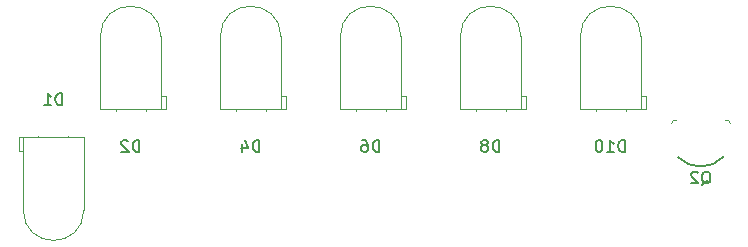
<source format=gbo>
G04 #@! TF.GenerationSoftware,KiCad,Pcbnew,(5.1.10-1-10_14)*
G04 #@! TF.CreationDate,2021-06-13T21:08:41+02:00*
G04 #@! TF.ProjectId,led_status_pcb_design,6c65645f-7374-4617-9475-735f7063625f,1.0*
G04 #@! TF.SameCoordinates,Original*
G04 #@! TF.FileFunction,Legend,Bot*
G04 #@! TF.FilePolarity,Positive*
%FSLAX46Y46*%
G04 Gerber Fmt 4.6, Leading zero omitted, Abs format (unit mm)*
G04 Created by KiCad (PCBNEW (5.1.10-1-10_14)) date 2021-06-13 21:08:41*
%MOMM*%
%LPD*%
G01*
G04 APERTURE LIST*
%ADD10C,0.120000*%
%ADD11C,0.100000*%
%ADD12C,0.150000*%
G04 APERTURE END LIST*
D10*
X134982000Y-108598000D02*
X134982000Y-102438000D01*
X140102000Y-108598000D02*
X140102000Y-102438000D01*
X134982000Y-108598000D02*
X140102000Y-108598000D01*
X140502000Y-108598000D02*
X140502000Y-107478000D01*
X140502000Y-107478000D02*
X140102000Y-107478000D01*
X140102000Y-107478000D02*
X140102000Y-108598000D01*
X140102000Y-108598000D02*
X140502000Y-108598000D01*
X136272000Y-108728000D02*
X136272000Y-108598000D01*
X136272000Y-108598000D02*
X136272000Y-108598000D01*
X136272000Y-108598000D02*
X136272000Y-108728000D01*
X136272000Y-108728000D02*
X136272000Y-108728000D01*
X138812000Y-108728000D02*
X138812000Y-108598000D01*
X138812000Y-108598000D02*
X138812000Y-108598000D01*
X138812000Y-108598000D02*
X138812000Y-108728000D01*
X138812000Y-108728000D02*
X138812000Y-108728000D01*
X140102000Y-102438000D02*
G75*
G03*
X134982000Y-102438000I-2560000J0D01*
G01*
X123416740Y-110984980D02*
X123416740Y-117144980D01*
X118296740Y-110984980D02*
X118296740Y-117144980D01*
X123416740Y-110984980D02*
X118296740Y-110984980D01*
X117896740Y-110984980D02*
X117896740Y-112104980D01*
X117896740Y-112104980D02*
X118296740Y-112104980D01*
X118296740Y-112104980D02*
X118296740Y-110984980D01*
X118296740Y-110984980D02*
X117896740Y-110984980D01*
X122126740Y-110854980D02*
X122126740Y-110984980D01*
X122126740Y-110984980D02*
X122126740Y-110984980D01*
X122126740Y-110984980D02*
X122126740Y-110854980D01*
X122126740Y-110854980D02*
X122126740Y-110854980D01*
X119586740Y-110854980D02*
X119586740Y-110984980D01*
X119586740Y-110984980D02*
X119586740Y-110984980D01*
X119586740Y-110984980D02*
X119586740Y-110854980D01*
X119586740Y-110854980D02*
X119586740Y-110854980D01*
X118296740Y-117144980D02*
G75*
G03*
X123416740Y-117144980I2560000J0D01*
G01*
X128652000Y-108728000D02*
X128652000Y-108728000D01*
X128652000Y-108598000D02*
X128652000Y-108728000D01*
X128652000Y-108598000D02*
X128652000Y-108598000D01*
X128652000Y-108728000D02*
X128652000Y-108598000D01*
X126112000Y-108728000D02*
X126112000Y-108728000D01*
X126112000Y-108598000D02*
X126112000Y-108728000D01*
X126112000Y-108598000D02*
X126112000Y-108598000D01*
X126112000Y-108728000D02*
X126112000Y-108598000D01*
X129942000Y-108598000D02*
X130342000Y-108598000D01*
X129942000Y-107478000D02*
X129942000Y-108598000D01*
X130342000Y-107478000D02*
X129942000Y-107478000D01*
X130342000Y-108598000D02*
X130342000Y-107478000D01*
X124822000Y-108598000D02*
X129942000Y-108598000D01*
X129942000Y-108598000D02*
X129942000Y-102438000D01*
X124822000Y-108598000D02*
X124822000Y-102438000D01*
X129942000Y-102438000D02*
G75*
G03*
X124822000Y-102438000I-2560000J0D01*
G01*
X148972000Y-108728000D02*
X148972000Y-108728000D01*
X148972000Y-108598000D02*
X148972000Y-108728000D01*
X148972000Y-108598000D02*
X148972000Y-108598000D01*
X148972000Y-108728000D02*
X148972000Y-108598000D01*
X146432000Y-108728000D02*
X146432000Y-108728000D01*
X146432000Y-108598000D02*
X146432000Y-108728000D01*
X146432000Y-108598000D02*
X146432000Y-108598000D01*
X146432000Y-108728000D02*
X146432000Y-108598000D01*
X150262000Y-108598000D02*
X150662000Y-108598000D01*
X150262000Y-107478000D02*
X150262000Y-108598000D01*
X150662000Y-107478000D02*
X150262000Y-107478000D01*
X150662000Y-108598000D02*
X150662000Y-107478000D01*
X145142000Y-108598000D02*
X150262000Y-108598000D01*
X150262000Y-108598000D02*
X150262000Y-102438000D01*
X145142000Y-108598000D02*
X145142000Y-102438000D01*
X150262000Y-102438000D02*
G75*
G03*
X145142000Y-102438000I-2560000J0D01*
G01*
X155302000Y-108598000D02*
X155302000Y-102438000D01*
X160422000Y-108598000D02*
X160422000Y-102438000D01*
X155302000Y-108598000D02*
X160422000Y-108598000D01*
X160822000Y-108598000D02*
X160822000Y-107478000D01*
X160822000Y-107478000D02*
X160422000Y-107478000D01*
X160422000Y-107478000D02*
X160422000Y-108598000D01*
X160422000Y-108598000D02*
X160822000Y-108598000D01*
X156592000Y-108728000D02*
X156592000Y-108598000D01*
X156592000Y-108598000D02*
X156592000Y-108598000D01*
X156592000Y-108598000D02*
X156592000Y-108728000D01*
X156592000Y-108728000D02*
X156592000Y-108728000D01*
X159132000Y-108728000D02*
X159132000Y-108598000D01*
X159132000Y-108598000D02*
X159132000Y-108598000D01*
X159132000Y-108598000D02*
X159132000Y-108728000D01*
X159132000Y-108728000D02*
X159132000Y-108728000D01*
X160422000Y-102438000D02*
G75*
G03*
X155302000Y-102438000I-2560000J0D01*
G01*
X169292000Y-108728000D02*
X169292000Y-108728000D01*
X169292000Y-108598000D02*
X169292000Y-108728000D01*
X169292000Y-108598000D02*
X169292000Y-108598000D01*
X169292000Y-108728000D02*
X169292000Y-108598000D01*
X166752000Y-108728000D02*
X166752000Y-108728000D01*
X166752000Y-108598000D02*
X166752000Y-108728000D01*
X166752000Y-108598000D02*
X166752000Y-108598000D01*
X166752000Y-108728000D02*
X166752000Y-108598000D01*
X170582000Y-108598000D02*
X170982000Y-108598000D01*
X170582000Y-107478000D02*
X170582000Y-108598000D01*
X170982000Y-107478000D02*
X170582000Y-107478000D01*
X170982000Y-108598000D02*
X170982000Y-107478000D01*
X165462000Y-108598000D02*
X170582000Y-108598000D01*
X170582000Y-108598000D02*
X170582000Y-102438000D01*
X165462000Y-108598000D02*
X165462000Y-102438000D01*
X170582000Y-102438000D02*
G75*
G03*
X165462000Y-102438000I-2560000J0D01*
G01*
D11*
X173292000Y-109478000D02*
X173142000Y-109778000D01*
X173592000Y-109478000D02*
X173292000Y-109478000D01*
X177992000Y-109478000D02*
X177692000Y-109478000D01*
X177992000Y-109478000D02*
X178142000Y-109778000D01*
D12*
X177592000Y-112628000D02*
G75*
G02*
X173742000Y-112678000I-1950000J1900000D01*
G01*
X138280095Y-112220380D02*
X138280095Y-111220380D01*
X138042000Y-111220380D01*
X137899142Y-111268000D01*
X137803904Y-111363238D01*
X137756285Y-111458476D01*
X137708666Y-111648952D01*
X137708666Y-111791809D01*
X137756285Y-111982285D01*
X137803904Y-112077523D01*
X137899142Y-112172761D01*
X138042000Y-112220380D01*
X138280095Y-112220380D01*
X136851523Y-111553714D02*
X136851523Y-112220380D01*
X137089619Y-111172761D02*
X137327714Y-111887047D01*
X136708666Y-111887047D01*
X121594835Y-108267360D02*
X121594835Y-107267360D01*
X121356740Y-107267360D01*
X121213882Y-107314980D01*
X121118644Y-107410218D01*
X121071025Y-107505456D01*
X121023406Y-107695932D01*
X121023406Y-107838789D01*
X121071025Y-108029265D01*
X121118644Y-108124503D01*
X121213882Y-108219741D01*
X121356740Y-108267360D01*
X121594835Y-108267360D01*
X120071025Y-108267360D02*
X120642454Y-108267360D01*
X120356740Y-108267360D02*
X120356740Y-107267360D01*
X120451978Y-107410218D01*
X120547216Y-107505456D01*
X120642454Y-107553075D01*
X128120095Y-112220380D02*
X128120095Y-111220380D01*
X127882000Y-111220380D01*
X127739142Y-111268000D01*
X127643904Y-111363238D01*
X127596285Y-111458476D01*
X127548666Y-111648952D01*
X127548666Y-111791809D01*
X127596285Y-111982285D01*
X127643904Y-112077523D01*
X127739142Y-112172761D01*
X127882000Y-112220380D01*
X128120095Y-112220380D01*
X127167714Y-111315619D02*
X127120095Y-111268000D01*
X127024857Y-111220380D01*
X126786761Y-111220380D01*
X126691523Y-111268000D01*
X126643904Y-111315619D01*
X126596285Y-111410857D01*
X126596285Y-111506095D01*
X126643904Y-111648952D01*
X127215333Y-112220380D01*
X126596285Y-112220380D01*
X148440095Y-112220380D02*
X148440095Y-111220380D01*
X148202000Y-111220380D01*
X148059142Y-111268000D01*
X147963904Y-111363238D01*
X147916285Y-111458476D01*
X147868666Y-111648952D01*
X147868666Y-111791809D01*
X147916285Y-111982285D01*
X147963904Y-112077523D01*
X148059142Y-112172761D01*
X148202000Y-112220380D01*
X148440095Y-112220380D01*
X147011523Y-111220380D02*
X147202000Y-111220380D01*
X147297238Y-111268000D01*
X147344857Y-111315619D01*
X147440095Y-111458476D01*
X147487714Y-111648952D01*
X147487714Y-112029904D01*
X147440095Y-112125142D01*
X147392476Y-112172761D01*
X147297238Y-112220380D01*
X147106761Y-112220380D01*
X147011523Y-112172761D01*
X146963904Y-112125142D01*
X146916285Y-112029904D01*
X146916285Y-111791809D01*
X146963904Y-111696571D01*
X147011523Y-111648952D01*
X147106761Y-111601333D01*
X147297238Y-111601333D01*
X147392476Y-111648952D01*
X147440095Y-111696571D01*
X147487714Y-111791809D01*
X158600095Y-112220380D02*
X158600095Y-111220380D01*
X158362000Y-111220380D01*
X158219142Y-111268000D01*
X158123904Y-111363238D01*
X158076285Y-111458476D01*
X158028666Y-111648952D01*
X158028666Y-111791809D01*
X158076285Y-111982285D01*
X158123904Y-112077523D01*
X158219142Y-112172761D01*
X158362000Y-112220380D01*
X158600095Y-112220380D01*
X157457238Y-111648952D02*
X157552476Y-111601333D01*
X157600095Y-111553714D01*
X157647714Y-111458476D01*
X157647714Y-111410857D01*
X157600095Y-111315619D01*
X157552476Y-111268000D01*
X157457238Y-111220380D01*
X157266761Y-111220380D01*
X157171523Y-111268000D01*
X157123904Y-111315619D01*
X157076285Y-111410857D01*
X157076285Y-111458476D01*
X157123904Y-111553714D01*
X157171523Y-111601333D01*
X157266761Y-111648952D01*
X157457238Y-111648952D01*
X157552476Y-111696571D01*
X157600095Y-111744190D01*
X157647714Y-111839428D01*
X157647714Y-112029904D01*
X157600095Y-112125142D01*
X157552476Y-112172761D01*
X157457238Y-112220380D01*
X157266761Y-112220380D01*
X157171523Y-112172761D01*
X157123904Y-112125142D01*
X157076285Y-112029904D01*
X157076285Y-111839428D01*
X157123904Y-111744190D01*
X157171523Y-111696571D01*
X157266761Y-111648952D01*
X169236285Y-112220380D02*
X169236285Y-111220380D01*
X168998190Y-111220380D01*
X168855333Y-111268000D01*
X168760095Y-111363238D01*
X168712476Y-111458476D01*
X168664857Y-111648952D01*
X168664857Y-111791809D01*
X168712476Y-111982285D01*
X168760095Y-112077523D01*
X168855333Y-112172761D01*
X168998190Y-112220380D01*
X169236285Y-112220380D01*
X167712476Y-112220380D02*
X168283904Y-112220380D01*
X167998190Y-112220380D02*
X167998190Y-111220380D01*
X168093428Y-111363238D01*
X168188666Y-111458476D01*
X168283904Y-111506095D01*
X167093428Y-111220380D02*
X166998190Y-111220380D01*
X166902952Y-111268000D01*
X166855333Y-111315619D01*
X166807714Y-111410857D01*
X166760095Y-111601333D01*
X166760095Y-111839428D01*
X166807714Y-112029904D01*
X166855333Y-112125142D01*
X166902952Y-112172761D01*
X166998190Y-112220380D01*
X167093428Y-112220380D01*
X167188666Y-112172761D01*
X167236285Y-112125142D01*
X167283904Y-112029904D01*
X167331523Y-111839428D01*
X167331523Y-111601333D01*
X167283904Y-111410857D01*
X167236285Y-111315619D01*
X167188666Y-111268000D01*
X167093428Y-111220380D01*
X175737238Y-114975619D02*
X175832476Y-114928000D01*
X175927714Y-114832761D01*
X176070571Y-114689904D01*
X176165809Y-114642285D01*
X176261047Y-114642285D01*
X176213428Y-114880380D02*
X176308666Y-114832761D01*
X176403904Y-114737523D01*
X176451523Y-114547047D01*
X176451523Y-114213714D01*
X176403904Y-114023238D01*
X176308666Y-113928000D01*
X176213428Y-113880380D01*
X176022952Y-113880380D01*
X175927714Y-113928000D01*
X175832476Y-114023238D01*
X175784857Y-114213714D01*
X175784857Y-114547047D01*
X175832476Y-114737523D01*
X175927714Y-114832761D01*
X176022952Y-114880380D01*
X176213428Y-114880380D01*
X175403904Y-113975619D02*
X175356285Y-113928000D01*
X175261047Y-113880380D01*
X175022952Y-113880380D01*
X174927714Y-113928000D01*
X174880095Y-113975619D01*
X174832476Y-114070857D01*
X174832476Y-114166095D01*
X174880095Y-114308952D01*
X175451523Y-114880380D01*
X174832476Y-114880380D01*
M02*

</source>
